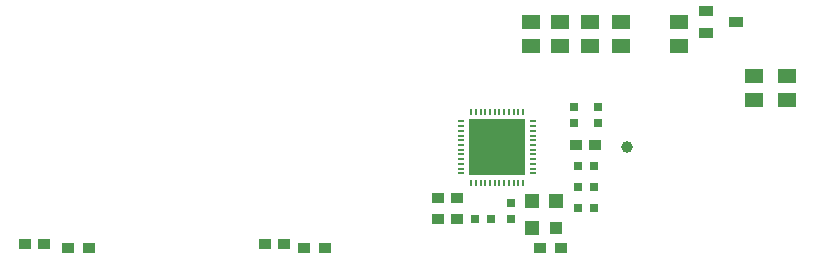
<source format=gbp>
G04 Layer_Color=128*
%FSLAX44Y44*%
%MOMM*%
G71*
G01*
G75*
%ADD12R,0.7500X0.8000*%
%ADD13R,0.8000X0.7500*%
%ADD14R,1.0000X0.9500*%
%ADD15R,1.6002X1.2700*%
%ADD66C,1.0000*%
%ADD67O,0.6500X0.2000*%
%ADD68O,0.2000X0.6500*%
%ADD69R,4.7000X4.7000*%
%ADD70R,1.3000X1.3000*%
%ADD71R,1.0000X1.0000*%
%ADD72R,1.2000X0.8500*%
%ADD73R,1.0000X0.8128*%
D12*
X1195723Y1107373D02*
D03*
X1182223D02*
D03*
X1195723Y1089593D02*
D03*
X1182223D02*
D03*
X1195723Y1071813D02*
D03*
X1182223D02*
D03*
X1095717Y1062923D02*
D03*
X1109217D02*
D03*
D13*
X1199133Y1157303D02*
D03*
Y1143803D02*
D03*
X1178813D02*
D03*
Y1157303D02*
D03*
X1125473Y1076023D02*
D03*
Y1062523D02*
D03*
D14*
X1180973Y1125153D02*
D03*
X1196973D02*
D03*
X1063751Y1080195D02*
D03*
X1079751D02*
D03*
Y1062923D02*
D03*
X1063751D02*
D03*
X730629Y1041333D02*
D03*
X714629D02*
D03*
X917321Y1041841D02*
D03*
X933321D02*
D03*
D15*
X1142491Y1229293D02*
D03*
Y1208973D02*
D03*
X1167383Y1208973D02*
D03*
Y1229293D02*
D03*
X1192529Y1229293D02*
D03*
Y1208973D02*
D03*
X1359153Y1163253D02*
D03*
Y1183573D02*
D03*
X1331975Y1163507D02*
D03*
Y1183827D02*
D03*
X1267713Y1208973D02*
D03*
Y1229293D02*
D03*
X1218691Y1229547D02*
D03*
Y1209227D02*
D03*
D66*
X1224279Y1123629D02*
D03*
D67*
X1083793Y1101375D02*
D03*
Y1105375D02*
D03*
Y1109375D02*
D03*
Y1113375D02*
D03*
Y1117375D02*
D03*
Y1121375D02*
D03*
Y1125375D02*
D03*
Y1129375D02*
D03*
Y1133375D02*
D03*
Y1137375D02*
D03*
Y1141375D02*
D03*
Y1145375D02*
D03*
X1144293D02*
D03*
Y1141375D02*
D03*
Y1137375D02*
D03*
Y1133375D02*
D03*
Y1129375D02*
D03*
Y1125375D02*
D03*
Y1121375D02*
D03*
Y1117375D02*
D03*
Y1113375D02*
D03*
Y1109375D02*
D03*
Y1105375D02*
D03*
Y1101375D02*
D03*
D68*
X1092043Y1153625D02*
D03*
X1096043D02*
D03*
X1100043D02*
D03*
X1104043D02*
D03*
X1108043D02*
D03*
X1112043D02*
D03*
X1116043D02*
D03*
X1120043D02*
D03*
X1124043D02*
D03*
X1128043D02*
D03*
X1132043D02*
D03*
X1136043D02*
D03*
Y1093125D02*
D03*
X1132043D02*
D03*
X1128043D02*
D03*
X1124043D02*
D03*
X1120043D02*
D03*
X1116043D02*
D03*
X1112043D02*
D03*
X1108043D02*
D03*
X1104043D02*
D03*
X1100043D02*
D03*
X1096043D02*
D03*
X1092043D02*
D03*
D69*
X1114043Y1123375D02*
D03*
D70*
X1163573Y1078163D02*
D03*
X1143873D02*
D03*
Y1055163D02*
D03*
D71*
X1163573D02*
D03*
D72*
X1315973Y1229293D02*
D03*
X1291027Y1238691D02*
D03*
X1290972Y1219793D02*
D03*
D73*
X950517Y1038273D02*
D03*
X968517D02*
D03*
X1168483Y1038129D02*
D03*
X1150483D02*
D03*
X750433D02*
D03*
X768433D02*
D03*
M02*

</source>
